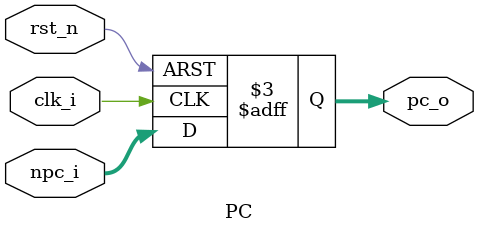
<source format=v>
module PC (
    input             clk_i,
    input             rst_n,
    input      [31:0] npc_i,
    output reg [31:0] pc_o
);

always @(posedge clk_i or negedge rst_n) begin
    if (~rst_n) begin
        pc_o <= -4; // -4?
    end
    else begin
        pc_o <= npc_i;
    end
end

endmodule


</source>
